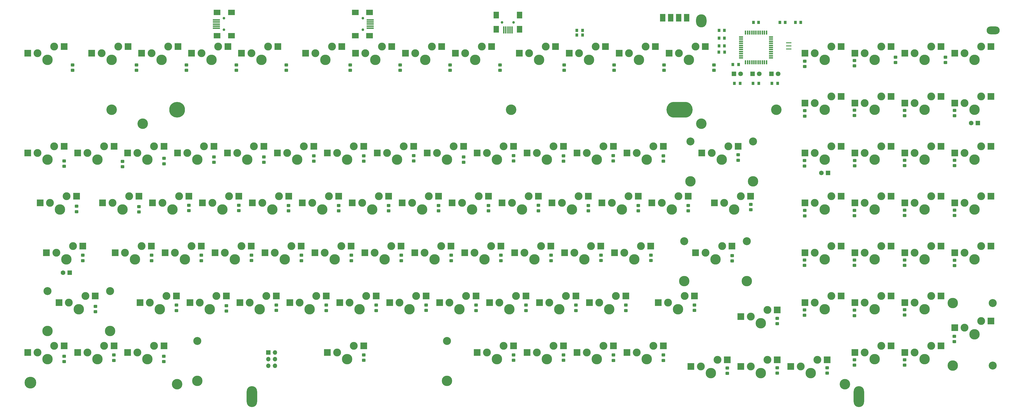
<source format=gbr>
G04 #@! TF.GenerationSoftware,KiCad,Pcbnew,(5.99.0-7511-ga134567838)*
G04 #@! TF.CreationDate,2020-12-30T19:04:15-08:00*
G04 #@! TF.ProjectId,gh80-1800,67683830-2d31-4383-9030-2e6b69636164,rev?*
G04 #@! TF.SameCoordinates,Original*
G04 #@! TF.FileFunction,Soldermask,Bot*
G04 #@! TF.FilePolarity,Negative*
%FSLAX46Y46*%
G04 Gerber Fmt 4.6, Leading zero omitted, Abs format (unit mm)*
G04 Created by KiCad (PCBNEW (5.99.0-7511-ga134567838)) date 2020-12-30 19:04:15*
%MOMM*%
%LPD*%
G01*
G04 APERTURE LIST*
G04 Aperture macros list*
%AMRoundRect*
0 Rectangle with rounded corners*
0 $1 Rounding radius*
0 $2 $3 $4 $5 $6 $7 $8 $9 X,Y pos of 4 corners*
0 Add a 4 corners polygon primitive as box body*
4,1,4,$2,$3,$4,$5,$6,$7,$8,$9,$2,$3,0*
0 Add four circle primitives for the rounded corners*
1,1,$1+$1,$2,$3,0*
1,1,$1+$1,$4,$5,0*
1,1,$1+$1,$6,$7,0*
1,1,$1+$1,$8,$9,0*
0 Add four rect primitives between the rounded corners*
20,1,$1+$1,$2,$3,$4,$5,0*
20,1,$1+$1,$4,$5,$6,$7,0*
20,1,$1+$1,$6,$7,$8,$9,0*
20,1,$1+$1,$8,$9,$2,$3,0*%
G04 Aperture macros list end*
%ADD10C,3.000000*%
%ADD11C,3.987800*%
%ADD12R,2.550000X2.500000*%
%ADD13RoundRect,0.250000X0.450000X-0.325000X0.450000X0.325000X-0.450000X0.325000X-0.450000X-0.325000X0*%
%ADD14R,1.800000X1.800000*%
%ADD15C,1.800000*%
%ADD16O,10.000000X6.000000*%
%ADD17C,6.000000*%
%ADD18O,5.000000X3.000000*%
%ADD19C,4.000000*%
%ADD20C,4.500000*%
%ADD21O,4.000000X8.000000*%
%ADD22R,1.700000X1.700000*%
%ADD23O,1.700000X1.700000*%
%ADD24C,3.048000*%
%ADD25R,2.000000X3.000000*%
%ADD26R,1.778000X1.778000*%
%ADD27C,1.778000*%
%ADD28R,1.000000X1.250000*%
%ADD29R,1.000000X1.300000*%
%ADD30R,0.550000X1.500000*%
%ADD31R,1.500000X0.550000*%
%ADD32R,2.000000X0.400000*%
%ADD33C,1.000000*%
%ADD34R,0.500000X2.750000*%
%ADD35R,2.000000X2.500000*%
%ADD36R,2.750000X0.500000*%
%ADD37R,2.500000X2.000000*%
%ADD38O,4.000000X5.000000*%
G04 APERTURE END LIST*
D10*
X10477512Y-64135056D03*
X16827512Y-61595056D03*
D11*
X14287512Y-66675056D03*
D12*
X20577512Y-61595056D03*
X6727512Y-64135056D03*
D11*
X363140930Y-47625040D03*
D10*
X359330930Y-45085040D03*
X365680930Y-42545040D03*
D12*
X369430930Y-42545040D03*
X355580930Y-45085040D03*
D11*
X28575024Y-47625040D03*
D10*
X24765024Y-45085040D03*
X31115024Y-42545040D03*
D12*
X34865024Y-42545040D03*
X21015024Y-45085040D03*
D10*
X69215056Y-42545040D03*
D11*
X66675056Y-47625040D03*
D10*
X62865056Y-45085040D03*
D12*
X72965056Y-42545040D03*
X59115056Y-45085040D03*
D10*
X100965088Y-45085040D03*
D11*
X104775088Y-47625040D03*
D10*
X107315088Y-42545040D03*
D12*
X111065088Y-42545040D03*
X97215088Y-45085040D03*
D10*
X139065120Y-45085040D03*
D11*
X142875120Y-47625040D03*
D10*
X145415120Y-42545040D03*
D12*
X149165120Y-42545040D03*
X135315120Y-45085040D03*
D11*
X180975152Y-47625040D03*
D10*
X183515152Y-42545040D03*
X177165152Y-45085040D03*
D12*
X187265152Y-42545040D03*
X173415152Y-45085040D03*
D11*
X219075184Y-47625040D03*
D10*
X215265184Y-45085040D03*
X221615184Y-42545040D03*
D12*
X225365184Y-42545040D03*
X211515184Y-45085040D03*
D10*
X240665200Y-42545040D03*
X234315200Y-45085040D03*
D11*
X238125200Y-47625040D03*
D12*
X244415200Y-42545040D03*
X230565200Y-45085040D03*
D10*
X302180882Y-64135056D03*
X308530882Y-61595056D03*
D11*
X305990882Y-66675056D03*
D12*
X312280882Y-61595056D03*
X298430882Y-64135056D03*
D10*
X321230898Y-64135056D03*
X327580898Y-61595056D03*
D11*
X325040898Y-66675056D03*
D12*
X331330898Y-61595056D03*
X317480898Y-64135056D03*
D10*
X346630914Y-61595056D03*
X340280914Y-64135056D03*
D11*
X344090914Y-66675056D03*
D12*
X350380914Y-61595056D03*
X336530914Y-64135056D03*
D10*
X365680930Y-61595056D03*
X359330930Y-64135056D03*
D11*
X363140930Y-66675056D03*
D12*
X369430930Y-61595056D03*
X355580930Y-64135056D03*
D10*
X346630914Y-42545040D03*
X340280914Y-45085040D03*
D11*
X344090914Y-47625040D03*
D12*
X350380914Y-42545040D03*
X336530914Y-45085040D03*
D10*
X59690048Y-61595056D03*
X53340048Y-64135056D03*
D11*
X57150048Y-66675056D03*
D12*
X63440048Y-61595056D03*
X49590048Y-64135056D03*
D11*
X95250080Y-66675056D03*
D10*
X91440080Y-64135056D03*
X97790080Y-61595056D03*
D12*
X101540080Y-61595056D03*
X87690080Y-64135056D03*
D10*
X135890112Y-61595056D03*
X129540112Y-64135056D03*
D11*
X133350112Y-66675056D03*
D12*
X139640112Y-61595056D03*
X125790112Y-64135056D03*
D10*
X167640144Y-64135056D03*
X173990144Y-61595056D03*
D11*
X171450144Y-66675056D03*
D12*
X177740144Y-61595056D03*
X163890144Y-64135056D03*
D11*
X209550176Y-66675056D03*
D10*
X212090176Y-61595056D03*
X205740176Y-64135056D03*
D12*
X215840176Y-61595056D03*
X201990176Y-64135056D03*
D10*
X243840208Y-64135056D03*
D11*
X247650208Y-66675056D03*
D10*
X250190208Y-61595056D03*
D12*
X253940208Y-61595056D03*
X240090208Y-64135056D03*
D11*
X305990882Y-85725072D03*
D10*
X308530882Y-80645072D03*
X302180882Y-83185072D03*
D12*
X312280882Y-80645072D03*
X298430882Y-83185072D03*
D10*
X321230898Y-83185072D03*
X327580898Y-80645072D03*
D11*
X325040898Y-85725072D03*
D12*
X331330898Y-80645072D03*
X317480898Y-83185072D03*
D10*
X340280914Y-83185072D03*
D11*
X344090914Y-85725072D03*
D10*
X346630914Y-80645072D03*
D12*
X350380914Y-80645072D03*
X336530914Y-83185072D03*
D10*
X359330930Y-83185072D03*
X365680930Y-80645072D03*
D11*
X363140930Y-85725072D03*
D12*
X369430930Y-80645072D03*
X355580930Y-83185072D03*
D11*
X38100032Y-66675056D03*
D10*
X34290032Y-64135056D03*
X40640032Y-61595056D03*
D12*
X44390032Y-61595056D03*
X30540032Y-64135056D03*
D11*
X76200064Y-66675056D03*
D10*
X78740064Y-61595056D03*
X72390064Y-64135056D03*
D12*
X82490064Y-61595056D03*
X68640064Y-64135056D03*
D11*
X235148635Y-9525008D03*
D10*
X237688635Y-4445008D03*
X231338635Y-6985008D03*
D12*
X241438635Y-4445008D03*
X227588635Y-6985008D03*
D11*
X172640770Y-9525008D03*
D10*
X168830770Y-6985008D03*
X175180770Y-4445008D03*
D12*
X178930770Y-4445008D03*
X165080770Y-6985008D03*
D10*
X218638619Y-4445008D03*
X212288619Y-6985008D03*
D11*
X216098619Y-9525008D03*
D12*
X222388619Y-4445008D03*
X208538619Y-6985008D03*
D10*
X250388651Y-6985008D03*
X256738651Y-4445008D03*
D11*
X254198651Y-9525008D03*
D12*
X260488651Y-4445008D03*
X246638651Y-6985008D03*
D10*
X302180882Y-6985008D03*
X308530882Y-4445008D03*
D11*
X305990882Y-9525008D03*
D12*
X312280882Y-4445008D03*
X298430882Y-6985008D03*
D10*
X327580898Y-4445008D03*
X321230898Y-6985008D03*
D11*
X325040898Y-9525008D03*
D12*
X331330898Y-4445008D03*
X317480898Y-6985008D03*
D10*
X346630914Y-4445008D03*
X340280914Y-6985008D03*
D11*
X344090914Y-9525008D03*
D12*
X350380914Y-4445008D03*
X336530914Y-6985008D03*
D10*
X365680930Y-4445008D03*
D11*
X363140930Y-9525008D03*
D10*
X359330930Y-6985008D03*
D12*
X369430930Y-4445008D03*
X355580930Y-6985008D03*
D11*
X33932841Y-9525008D03*
D10*
X36472841Y-4445008D03*
X30122841Y-6985008D03*
D12*
X40222841Y-4445008D03*
X26372841Y-6985008D03*
D10*
X68222873Y-6985008D03*
X74572873Y-4445008D03*
D11*
X72032873Y-9525008D03*
D12*
X78322873Y-4445008D03*
X64472873Y-6985008D03*
D11*
X115490722Y-9525008D03*
D10*
X111680722Y-6985008D03*
X118030722Y-4445008D03*
D12*
X121780722Y-4445008D03*
X107930722Y-6985008D03*
D11*
X153590754Y-9525008D03*
D10*
X156130754Y-4445008D03*
X149780754Y-6985008D03*
D12*
X159880754Y-4445008D03*
X146030754Y-6985008D03*
D11*
X197048603Y-9525008D03*
D10*
X193238603Y-6985008D03*
X199588603Y-4445008D03*
D12*
X203338603Y-4445008D03*
X189488603Y-6985008D03*
D10*
X110490096Y-64135056D03*
X116840096Y-61595056D03*
D11*
X114300096Y-66675056D03*
D12*
X120590096Y-61595056D03*
X106740096Y-64135056D03*
D11*
X305990882Y-28575024D03*
D10*
X302180882Y-26035024D03*
X308530882Y-23495024D03*
D12*
X312280882Y-23495024D03*
X298430882Y-26035024D03*
D10*
X321230898Y-26035024D03*
X327580898Y-23495024D03*
D11*
X325040898Y-28575024D03*
D12*
X331330898Y-23495024D03*
X317480898Y-26035024D03*
D10*
X346630914Y-23495024D03*
D11*
X344090914Y-28575024D03*
D10*
X340280914Y-26035024D03*
D12*
X350380914Y-23495024D03*
X336530914Y-26035024D03*
D10*
X359330930Y-26035024D03*
X365680930Y-23495024D03*
D11*
X363140930Y-28575024D03*
D12*
X369430930Y-23495024D03*
X355580930Y-26035024D03*
D10*
X12065008Y-42545040D03*
X5715008Y-45085040D03*
D11*
X9525008Y-47625040D03*
D12*
X15815008Y-42545040D03*
X1965008Y-45085040D03*
D11*
X47625040Y-47625040D03*
D10*
X43815040Y-45085040D03*
X50165040Y-42545040D03*
D12*
X53915040Y-42545040D03*
X40065040Y-45085040D03*
D10*
X88265072Y-42545040D03*
X81915072Y-45085040D03*
D11*
X85725072Y-47625040D03*
D12*
X92015072Y-42545040D03*
X78165072Y-45085040D03*
D11*
X123825104Y-47625040D03*
D10*
X126365104Y-42545040D03*
X120015104Y-45085040D03*
D12*
X130115104Y-42545040D03*
X116265104Y-45085040D03*
D11*
X161925136Y-47625040D03*
D10*
X158115136Y-45085040D03*
X164465136Y-42545040D03*
D12*
X168215136Y-42545040D03*
X154365136Y-45085040D03*
D10*
X202565168Y-42545040D03*
D11*
X200025168Y-47625040D03*
D10*
X196215168Y-45085040D03*
D12*
X206315168Y-42545040D03*
X192465168Y-45085040D03*
D10*
X308530882Y-42545040D03*
X302180882Y-45085040D03*
D11*
X305990882Y-47625040D03*
D12*
X312280882Y-42545040D03*
X298430882Y-45085040D03*
D11*
X325040898Y-47625040D03*
D10*
X327580898Y-42545040D03*
X321230898Y-45085040D03*
D12*
X331330898Y-42545040D03*
X317480898Y-45085040D03*
D10*
X105727592Y-102235088D03*
D11*
X109537592Y-104775088D03*
D10*
X112077592Y-99695088D03*
D12*
X115827592Y-99695088D03*
X101977592Y-102235088D03*
D10*
X50165040Y-118745104D03*
X43815040Y-121285104D03*
D11*
X47625040Y-123825104D03*
D12*
X53915040Y-118745104D03*
X40065040Y-121285104D03*
D11*
X219075184Y-123825104D03*
D10*
X221615184Y-118745104D03*
X215265184Y-121285104D03*
D12*
X225365184Y-118745104D03*
X211515184Y-121285104D03*
D10*
X54927544Y-99695088D03*
D11*
X52387544Y-104775088D03*
D10*
X48577544Y-102235088D03*
D12*
X58677544Y-99695088D03*
X44827544Y-102235088D03*
D11*
X90487576Y-104775088D03*
D10*
X93027576Y-99695088D03*
X86677576Y-102235088D03*
D12*
X96777576Y-99695088D03*
X82927576Y-102235088D03*
D10*
X131127608Y-99695088D03*
D11*
X128587608Y-104775088D03*
D10*
X124777608Y-102235088D03*
D12*
X134877608Y-99695088D03*
X121027608Y-102235088D03*
D11*
X166687640Y-104775088D03*
D10*
X162877640Y-102235088D03*
X169227640Y-99695088D03*
D12*
X172977640Y-99695088D03*
X159127640Y-102235088D03*
D11*
X204787672Y-104775088D03*
D10*
X207327672Y-99695088D03*
X200977672Y-102235088D03*
D12*
X211077672Y-99695088D03*
X197227672Y-102235088D03*
D10*
X252571460Y-99695088D03*
X246221460Y-102235088D03*
D11*
X250031460Y-104775088D03*
D12*
X256321460Y-99695088D03*
X242471460Y-102235088D03*
D10*
X31115024Y-118745104D03*
X24765024Y-121285104D03*
D11*
X28575024Y-123825104D03*
D12*
X34865024Y-118745104D03*
X21015024Y-121285104D03*
D10*
X196215168Y-121285104D03*
X202565168Y-118745104D03*
D11*
X200025168Y-123825104D03*
D12*
X206315168Y-118745104D03*
X192465168Y-121285104D03*
D10*
X234315200Y-121285104D03*
D11*
X238125200Y-123825104D03*
D10*
X240665200Y-118745104D03*
D12*
X244415200Y-118745104D03*
X230565200Y-121285104D03*
D10*
X73977560Y-99695088D03*
X67627560Y-102235088D03*
D11*
X71437560Y-104775088D03*
D12*
X77727560Y-99695088D03*
X63877560Y-102235088D03*
D10*
X177165152Y-121285104D03*
X183515152Y-118745104D03*
D11*
X180975152Y-123825104D03*
D12*
X187265152Y-118745104D03*
X173415152Y-121285104D03*
D10*
X143827624Y-102235088D03*
D11*
X147637624Y-104775088D03*
D10*
X150177624Y-99695088D03*
D12*
X153927624Y-99695088D03*
X140077624Y-102235088D03*
D10*
X181927656Y-102235088D03*
X188277656Y-99695088D03*
D11*
X185737656Y-104775088D03*
D12*
X192027656Y-99695088D03*
X178177656Y-102235088D03*
D10*
X220027688Y-102235088D03*
D11*
X223837688Y-104775088D03*
D10*
X226377688Y-99695088D03*
D12*
X230127688Y-99695088D03*
X216277688Y-102235088D03*
D10*
X284123049Y-105052905D03*
X277773049Y-107592905D03*
D11*
X281583049Y-110132905D03*
D12*
X287873049Y-105052905D03*
X274023049Y-107592905D03*
D10*
X258723033Y-126642921D03*
X265073033Y-124102921D03*
D11*
X262533033Y-129182921D03*
D12*
X268823033Y-124102921D03*
X254973033Y-126642921D03*
D10*
X277773049Y-126642921D03*
X284123049Y-124102921D03*
D11*
X281583049Y-129182921D03*
D12*
X287873049Y-124102921D03*
X274023049Y-126642921D03*
D10*
X296823065Y-126642921D03*
X303173065Y-124102921D03*
D11*
X300633065Y-129182921D03*
D12*
X306923065Y-124102921D03*
X293073065Y-126642921D03*
D10*
X137080738Y-4445008D03*
X130730738Y-6985008D03*
D11*
X134540738Y-9525008D03*
D12*
X140830738Y-4445008D03*
X126980738Y-6985008D03*
D10*
X93622889Y-4445008D03*
X87272889Y-6985008D03*
D11*
X91082889Y-9525008D03*
D12*
X97372889Y-4445008D03*
X83522889Y-6985008D03*
D11*
X52982857Y-9525008D03*
D10*
X49172857Y-6985008D03*
X55522857Y-4445008D03*
D12*
X59272857Y-4445008D03*
X45422857Y-6985008D03*
D11*
X9525008Y-9525008D03*
D10*
X5715008Y-6985008D03*
X12065008Y-4445008D03*
D12*
X15815008Y-4445008D03*
X1965008Y-6985008D03*
D11*
X152400128Y-66675056D03*
D10*
X154940128Y-61595056D03*
X148590128Y-64135056D03*
D12*
X158690128Y-61595056D03*
X144840128Y-64135056D03*
D10*
X193040160Y-61595056D03*
X186690160Y-64135056D03*
D11*
X190500160Y-66675056D03*
D12*
X196790160Y-61595056D03*
X182940160Y-64135056D03*
D11*
X228600192Y-66675056D03*
D10*
X224790192Y-64135056D03*
X231140192Y-61595056D03*
D12*
X234890192Y-61595056D03*
X221040192Y-64135056D03*
D11*
X271462728Y-66675056D03*
D10*
X274002728Y-61595056D03*
X267652728Y-64135056D03*
D12*
X277752728Y-61595056D03*
X263902728Y-64135056D03*
D11*
X305990882Y-104775088D03*
D10*
X302180882Y-102235088D03*
X308530882Y-99695088D03*
D12*
X312280882Y-99695088D03*
X298430882Y-102235088D03*
D10*
X327580898Y-99695088D03*
D11*
X325040898Y-104775088D03*
D10*
X321230898Y-102235088D03*
D12*
X331330898Y-99695088D03*
X317480898Y-102235088D03*
D11*
X344090914Y-104775088D03*
D10*
X340280914Y-102235088D03*
X346630914Y-99695088D03*
D12*
X350380914Y-99695088D03*
X336530914Y-102235088D03*
D11*
X16668764Y-85725072D03*
D10*
X19208764Y-80645072D03*
X12858764Y-83185072D03*
D12*
X22958764Y-80645072D03*
X9108764Y-83185072D03*
D10*
X64452552Y-80645072D03*
X58102552Y-83185072D03*
D11*
X61912552Y-85725072D03*
D12*
X68202552Y-80645072D03*
X54352552Y-83185072D03*
D11*
X100012584Y-85725072D03*
D10*
X102552584Y-80645072D03*
X96202584Y-83185072D03*
D12*
X106302584Y-80645072D03*
X92452584Y-83185072D03*
D10*
X140652616Y-80645072D03*
D11*
X138112616Y-85725072D03*
D10*
X134302616Y-83185072D03*
D12*
X144402616Y-80645072D03*
X130552616Y-83185072D03*
D10*
X172402648Y-83185072D03*
X178752648Y-80645072D03*
D11*
X176212648Y-85725072D03*
D12*
X182502648Y-80645072D03*
X168652648Y-83185072D03*
D10*
X216852680Y-80645072D03*
X210502680Y-83185072D03*
D11*
X214312680Y-85725072D03*
D12*
X220602680Y-80645072D03*
X206752680Y-83185072D03*
D10*
X5715008Y-121285104D03*
X12065008Y-118745104D03*
D11*
X9525008Y-123825104D03*
D12*
X15815008Y-118745104D03*
X1965008Y-121285104D03*
D10*
X321230898Y-121285104D03*
D11*
X325040898Y-123825104D03*
D10*
X327580898Y-118745104D03*
D12*
X331330898Y-118745104D03*
X317480898Y-121285104D03*
D11*
X344090914Y-123825104D03*
D10*
X340280914Y-121285104D03*
X346630914Y-118745104D03*
D12*
X350380914Y-118745104D03*
X336530914Y-121285104D03*
D10*
X39052536Y-83185072D03*
D11*
X42862536Y-85725072D03*
D10*
X45402536Y-80645072D03*
D12*
X49152536Y-80645072D03*
X35302536Y-83185072D03*
D10*
X77152568Y-83185072D03*
D11*
X80962568Y-85725072D03*
D10*
X83502568Y-80645072D03*
D12*
X87252568Y-80645072D03*
X73402568Y-83185072D03*
D10*
X121602600Y-80645072D03*
D11*
X119062600Y-85725072D03*
D10*
X115252600Y-83185072D03*
D12*
X125352600Y-80645072D03*
X111502600Y-83185072D03*
D10*
X159702632Y-80645072D03*
X153352632Y-83185072D03*
D11*
X157162632Y-85725072D03*
D12*
X163452632Y-80645072D03*
X149602632Y-83185072D03*
D10*
X197802664Y-80645072D03*
D11*
X195262664Y-85725072D03*
D10*
X191452664Y-83185072D03*
D12*
X201552664Y-80645072D03*
X187702664Y-83185072D03*
D11*
X233362696Y-85725072D03*
D10*
X235902696Y-80645072D03*
X229552696Y-83185072D03*
D12*
X239652696Y-80645072D03*
X225802696Y-83185072D03*
D13*
X15828314Y-48076557D03*
X15828314Y-50126557D03*
X306928314Y-127126557D03*
X306928314Y-129176557D03*
X53928314Y-47126557D03*
X53928314Y-49176557D03*
X92028314Y-46600040D03*
X92028314Y-48650040D03*
X130128314Y-46176557D03*
X130128314Y-48226557D03*
X168228314Y-46576557D03*
X168228314Y-48626557D03*
X206328314Y-46176557D03*
X206328314Y-48226557D03*
X298328314Y-47976557D03*
X298328314Y-50026557D03*
X317428314Y-47926557D03*
X317428314Y-49976557D03*
X336478314Y-47876557D03*
X336478314Y-49926557D03*
X355528314Y-47826557D03*
X355528314Y-49876557D03*
X38128314Y-48276557D03*
X38128314Y-50326557D03*
X72978314Y-46600040D03*
X72978314Y-48650040D03*
X111078314Y-46126557D03*
X111078314Y-48176557D03*
X149178314Y-46076557D03*
X149178314Y-48126557D03*
X187278314Y-46076557D03*
X187278314Y-48126557D03*
X225328314Y-46076557D03*
X225328314Y-48126557D03*
X244428314Y-46126557D03*
X244428314Y-48176557D03*
X298378314Y-67026557D03*
X298378314Y-69076557D03*
X317378314Y-66976557D03*
X317378314Y-69026557D03*
X336528314Y-66926557D03*
X336528314Y-68976557D03*
X355578314Y-66926557D03*
X355578314Y-68976557D03*
X352028314Y-8500008D03*
X352028314Y-10550008D03*
X19050016Y-11476573D03*
X19050016Y-13526573D03*
X62507865Y-11476573D03*
X62507865Y-13526573D03*
X100607897Y-11476573D03*
X100607897Y-13526573D03*
X144065746Y-11476573D03*
X144065746Y-13526573D03*
X182165778Y-11476573D03*
X182165778Y-13526573D03*
X225623627Y-11476573D03*
X225623627Y-13526573D03*
X263723659Y-11476573D03*
X263723659Y-13526573D03*
X298428314Y-9976557D03*
X298428314Y-12026557D03*
X317328314Y-9776557D03*
X317328314Y-11826557D03*
X333028314Y-8500008D03*
X333028314Y-10550008D03*
X355528314Y-28826557D03*
X355528314Y-30876557D03*
X43457849Y-11476573D03*
X43457849Y-13526573D03*
X81557881Y-11476573D03*
X81557881Y-13526573D03*
X125015730Y-11476573D03*
X125015730Y-13526573D03*
X163115762Y-11476573D03*
X163115762Y-13526573D03*
X206573611Y-11476573D03*
X206573611Y-13526573D03*
X244673643Y-11476573D03*
X244673643Y-13526573D03*
X273028314Y-45776557D03*
X273028314Y-47826557D03*
X298428314Y-28926557D03*
X298428314Y-30976557D03*
X317378314Y-28726557D03*
X317378314Y-30776557D03*
X336478314Y-28776557D03*
X336478314Y-30826557D03*
X173028314Y-103176557D03*
X173028314Y-105226557D03*
X49178314Y-84126557D03*
X49178314Y-86176557D03*
X87278314Y-84076557D03*
X87278314Y-86126557D03*
X125378314Y-84126557D03*
X125378314Y-86176557D03*
X163478314Y-84126557D03*
X163478314Y-86176557D03*
X201578314Y-84126557D03*
X201578314Y-86176557D03*
X239678314Y-84076557D03*
X239678314Y-86126557D03*
X15828314Y-122676557D03*
X15828314Y-124726557D03*
X53878314Y-122676557D03*
X53878314Y-124726557D03*
X187278314Y-122201557D03*
X187278314Y-124251557D03*
X225378314Y-122226557D03*
X225378314Y-124276557D03*
X27828314Y-103626557D03*
X27828314Y-105676557D03*
X58678314Y-103176557D03*
X58678314Y-105226557D03*
X96778314Y-103126557D03*
X96778314Y-105176557D03*
X134878314Y-103176557D03*
X134878314Y-105226557D03*
X355478314Y-115076557D03*
X355478314Y-117126557D03*
X211078314Y-103176557D03*
X211078314Y-105226557D03*
X256328314Y-103126557D03*
X256328314Y-105176557D03*
X34828314Y-122226557D03*
X34828314Y-124276557D03*
X130128314Y-122176557D03*
X130128314Y-124226557D03*
X206328314Y-122176557D03*
X206328314Y-124226557D03*
X244428314Y-122226557D03*
X244428314Y-124276557D03*
X77728314Y-103426557D03*
X77728314Y-105476557D03*
X115828314Y-103176557D03*
X115828314Y-105226557D03*
X153928314Y-103126557D03*
X153928314Y-105176557D03*
X192078314Y-103176557D03*
X192078314Y-105226557D03*
X230128314Y-103176557D03*
X230128314Y-105226557D03*
X287878314Y-108251557D03*
X287878314Y-110301557D03*
X268828314Y-127176557D03*
X268828314Y-129226557D03*
X287878314Y-127126557D03*
X287878314Y-129176557D03*
X196828314Y-65076557D03*
X196828314Y-67126557D03*
X63478314Y-65026557D03*
X63478314Y-67076557D03*
X101478314Y-65126557D03*
X101478314Y-67176557D03*
X139628314Y-65126557D03*
X139628314Y-67176557D03*
X177728314Y-65126557D03*
X177728314Y-67176557D03*
X215878314Y-65126557D03*
X215878314Y-67176557D03*
X253928314Y-65126557D03*
X253928314Y-67176557D03*
X298328314Y-85976557D03*
X298328314Y-88026557D03*
X317378314Y-85926557D03*
X317378314Y-87976557D03*
X336528314Y-85976557D03*
X336528314Y-88026557D03*
X355578314Y-86026557D03*
X355578314Y-88076557D03*
X44428314Y-65526557D03*
X44428314Y-67576557D03*
X82528314Y-65026557D03*
X82528314Y-67076557D03*
X120578314Y-65126557D03*
X120578314Y-67176557D03*
X158678314Y-65126557D03*
X158678314Y-67176557D03*
X20578314Y-65426557D03*
X20578314Y-67476557D03*
X234878314Y-65126557D03*
X234878314Y-67176557D03*
X277778314Y-64726557D03*
X277778314Y-66776557D03*
X298278314Y-104976557D03*
X298278314Y-107026557D03*
X317378314Y-105126557D03*
X317378314Y-107176557D03*
X336478314Y-104926557D03*
X336478314Y-106976557D03*
X22928314Y-84126557D03*
X22928314Y-86176557D03*
X68178314Y-84126557D03*
X68178314Y-86176557D03*
X106328314Y-84126557D03*
X106328314Y-86176557D03*
X144428314Y-84126557D03*
X144428314Y-86176557D03*
X182478314Y-84126557D03*
X182478314Y-86176557D03*
X220628314Y-84076557D03*
X220628314Y-86126557D03*
X270728314Y-84226557D03*
X270728314Y-86276557D03*
X317378314Y-124026557D03*
X317378314Y-126076557D03*
X336478314Y-124026557D03*
X336478314Y-126076557D03*
D14*
X271383000Y-14882800D03*
D15*
X273923000Y-14882800D03*
D14*
X278527000Y-14882800D03*
D15*
X281067000Y-14882800D03*
D14*
X285671000Y-14882800D03*
D15*
X288211000Y-14882800D03*
D16*
X250626000Y-28575000D03*
D17*
X58936000Y-28575000D03*
D18*
X370284000Y1785900D03*
D19*
X33932800Y-28575000D03*
X45839100Y-33932800D03*
X258961000Y-33932800D03*
X287536000Y-28575000D03*
D20*
X2976500Y-132754000D03*
D19*
X58936000Y-133350000D03*
D21*
X87511000Y-138112000D03*
X319087000Y-138112000D03*
D19*
X313730000Y-133350000D03*
X186333000Y-28575000D03*
D22*
X93730000Y-121285000D03*
D23*
X96270000Y-121285000D03*
X93730000Y-123825000D03*
X96270000Y-123825000D03*
X93730000Y-126365000D03*
X96270000Y-126365000D03*
D10*
X262890224Y-45085040D03*
D11*
X278638224Y-55880040D03*
D24*
X254762224Y-40640040D03*
D11*
X254762224Y-55880040D03*
X266700224Y-47625040D03*
D10*
X269240224Y-42545040D03*
D24*
X278638224Y-40640040D03*
D12*
X272990224Y-42545040D03*
X259140224Y-45085040D03*
D10*
X359330930Y-111760096D03*
X365680930Y-109220096D03*
D11*
X363140930Y-114300096D03*
D12*
X369430930Y-109220096D03*
X355580930Y-111760096D03*
D11*
X354885930Y-126238096D03*
X354885930Y-102362096D03*
D24*
X370125930Y-126238096D03*
X370125930Y-102362096D03*
D10*
X260508972Y-83185072D03*
X266858972Y-80645072D03*
D11*
X264318972Y-85725072D03*
D12*
X270608972Y-80645072D03*
X256758972Y-83185072D03*
D11*
X252380972Y-93980072D03*
D24*
X276256972Y-78740072D03*
D11*
X276256972Y-93980072D03*
D24*
X252380972Y-78740072D03*
D10*
X17621268Y-102235088D03*
D11*
X21431268Y-104775088D03*
D10*
X23971268Y-99695088D03*
D12*
X27721268Y-99695088D03*
X13871268Y-102235088D03*
D11*
X33369268Y-113030088D03*
D24*
X33369268Y-97790088D03*
D11*
X9493268Y-113030088D03*
D24*
X9493268Y-97790088D03*
X161925096Y-116840104D03*
D11*
X123825096Y-123825104D03*
X66675096Y-132080104D03*
D10*
X120015096Y-121285104D03*
X126365096Y-118745104D03*
D24*
X66675096Y-116840104D03*
D11*
X161925096Y-132080104D03*
D12*
X130115096Y-118745104D03*
X116265096Y-121285104D03*
D11*
X123825096Y-123825104D03*
D25*
X253350314Y6548443D03*
X250302314Y6548443D03*
X247254314Y6548443D03*
X244206314Y6548443D03*
D26*
X307260882Y-52705040D03*
D27*
X304720882Y-52705040D03*
D26*
X364410930Y-33655024D03*
D27*
X361870930Y-33655024D03*
D26*
X17938764Y-90805072D03*
D27*
X15398764Y-90805072D03*
D28*
X267700224Y-1190626D03*
X265700224Y-1190626D03*
X267700224Y-4167191D03*
X265700224Y-4167191D03*
X288917431Y4762504D03*
X290917431Y4762504D03*
D29*
X265600224Y-6548443D03*
X267800224Y-6548443D03*
X273158041Y-11310947D03*
X270958041Y-11310947D03*
D30*
X275797000Y937500D03*
X276597000Y937500D03*
X277397000Y937500D03*
X278197000Y937500D03*
X278997000Y937500D03*
X279797000Y937500D03*
X280597000Y937500D03*
X281397000Y937500D03*
X282197000Y937500D03*
X282997000Y937500D03*
X283797000Y937500D03*
D31*
X285497000Y-762500D03*
X285497000Y-1562500D03*
X285497000Y-2362500D03*
X285497000Y-3162500D03*
X285497000Y-3962500D03*
X285497000Y-4762500D03*
X285497000Y-5562500D03*
X285497000Y-6362500D03*
X285497000Y-7162500D03*
X285497000Y-7962500D03*
X285497000Y-8762500D03*
D30*
X283797000Y-10462500D03*
X282997000Y-10462500D03*
X282197000Y-10462500D03*
X281397000Y-10462500D03*
X280597000Y-10462500D03*
X279797000Y-10462500D03*
X278997000Y-10462500D03*
X278197000Y-10462500D03*
X277397000Y-10462500D03*
X276597000Y-10462500D03*
X275797000Y-10462500D03*
D31*
X274097000Y-8762500D03*
X274097000Y-7962500D03*
X274097000Y-7162500D03*
X274097000Y-6362500D03*
X274097000Y-5562500D03*
X274097000Y-4762500D03*
X274097000Y-3962500D03*
X274097000Y-3162500D03*
X274097000Y-2362500D03*
X274097000Y-1562500D03*
X274097000Y-762500D03*
D32*
X292298683Y-5367191D03*
X292298683Y-2967191D03*
X292298683Y-4167191D03*
D29*
X273753000Y-18454700D03*
X271553000Y-18454700D03*
X280897000Y-18454700D03*
X278697000Y-18454700D03*
X285841000Y-18454700D03*
X288041000Y-18454700D03*
D33*
X187342000Y4762500D03*
X182942000Y4762500D03*
D34*
X183542000Y1932500D03*
X184342000Y1932500D03*
X185152000Y1932500D03*
X185942000Y1932500D03*
X186742000Y1932500D03*
D35*
X180692000Y2182500D03*
X180692000Y7632500D03*
X189592000Y7632500D03*
X189592000Y2182500D03*
D33*
X129778000Y1967200D03*
X129778000Y6367200D03*
D36*
X132608000Y2567200D03*
X132608000Y3367200D03*
X132608000Y4177200D03*
X132608000Y4967200D03*
X132608000Y5767200D03*
D37*
X132358000Y-282800D03*
X132358000Y8617200D03*
X126908000Y-282800D03*
X126908000Y8617200D03*
D33*
X76795300Y1967200D03*
X76795300Y6367200D03*
D36*
X73965300Y5767200D03*
X73965300Y4967200D03*
X73965300Y4157200D03*
X73965300Y3367200D03*
X73965300Y2567200D03*
D37*
X74215300Y-282800D03*
X79665300Y-282800D03*
X79665300Y8617200D03*
X74215300Y8617200D03*
D28*
X267700224Y1785939D03*
X265700224Y1785939D03*
D29*
X211426741Y0D03*
X213626741Y0D03*
X211426741Y1785939D03*
X213626741Y1785939D03*
D28*
X280797110Y4762504D03*
X278797110Y4762504D03*
X294870561Y4762504D03*
X296870561Y4762504D03*
D38*
X258898635Y5357817D03*
M02*

</source>
